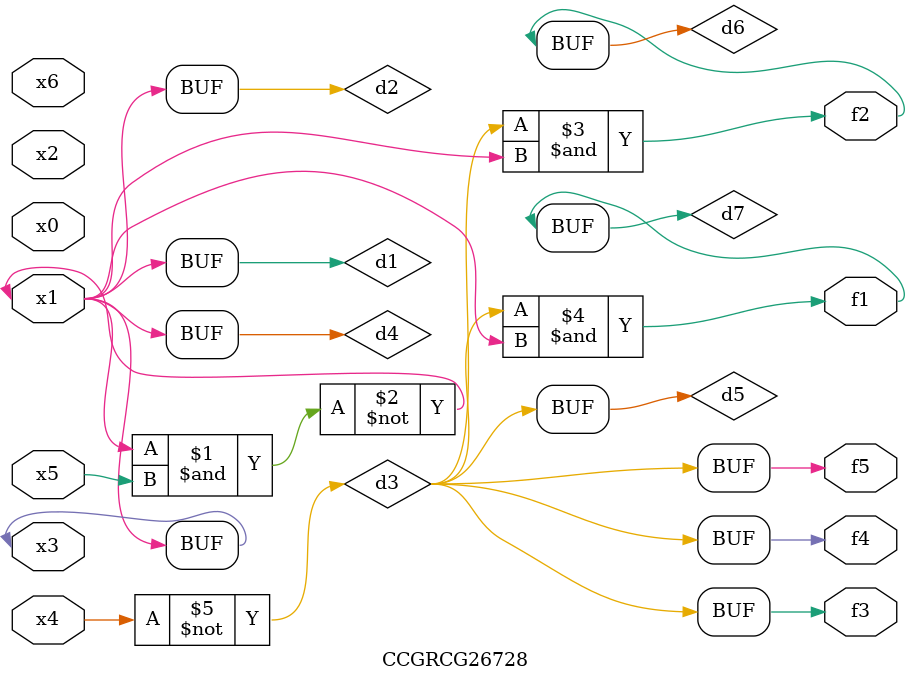
<source format=v>
module CCGRCG26728(
	input x0, x1, x2, x3, x4, x5, x6,
	output f1, f2, f3, f4, f5
);

	wire d1, d2, d3, d4, d5, d6, d7;

	buf (d1, x1, x3);
	nand (d2, x1, x5);
	not (d3, x4);
	buf (d4, d1, d2);
	buf (d5, d3);
	and (d6, d3, d4);
	and (d7, d3, d4);
	assign f1 = d7;
	assign f2 = d6;
	assign f3 = d5;
	assign f4 = d5;
	assign f5 = d5;
endmodule

</source>
